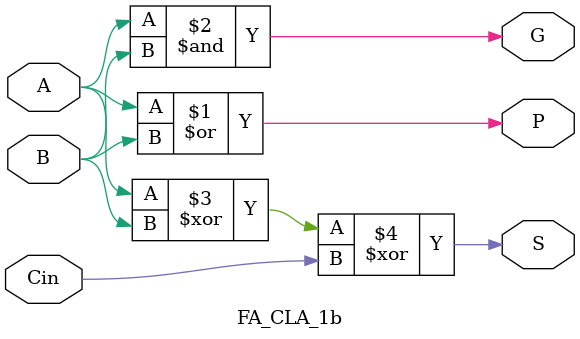
<source format=v>
module CLA_4b(
    output [3:0] Sum, 
    output CarryOut, PG, GG,
    input Cin,
    input [3:0] A, B
);

wire [3:0] P, G;
wire [3:0] C;

FA_CLA_1b FA0(.S(Sum[0]), .P(P[0]), .G(G[0]), .A(A[0]), .B(B[0]), .Cin(Cin));
FA_CLA_1b FA1(.S(Sum[1]), .P(P[1]), .G(G[1]), .A(A[1]), .B(B[1]), .Cin(C[0]));
FA_CLA_1b FA2(.S(Sum[2]), .P(P[2]), .G(G[2]), .A(A[2]), .B(B[2]), .Cin(C[1]));
FA_CLA_1b FA3(.S(Sum[3]), .P(P[3]), .G(G[3]), .A(A[3]), .B(B[3]), .Cin(C[2]));

LookAhead_unit_4b LCU4b(.C(C), .Cin(Cin), .P(P), .G(G), .PG(PG), .GG(GG));

assign CarryOut = C[3];

endmodule

module FA_CLA_1b(
    output S, P, G,
    input A, B, Cin
);

assign P = A | B;
assign G = A & B;
assign S = (A ^ B) ^ Cin;

endmodule

</source>
